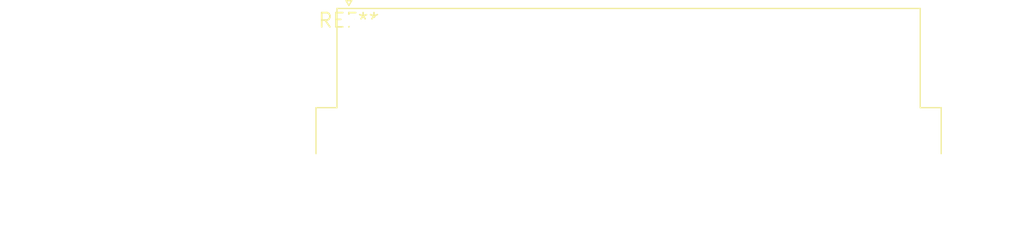
<source format=kicad_pcb>
(kicad_pcb (version 20240108) (generator pcbnew)
  (layers (0 "F.Cu" signal) (31 "B.Cu" signal) (34 "B.Paste" user) (35 "F.Paste" user) (36 "B.SilkS" user "B.Silkscreen") (37 "F.SilkS" user "F.Silkscreen") (38 "B.Mask" user) (39 "F.Mask" user) (44 "Edge.Cuts" user))
  (net 0 "")
  (footprint "DSUB-37_Male_Horizontal_P2.77x2.54mm_EdgePinOffset9.40mm" (layer "F.Cu") (at 0 0)
    (property "Reference" "REF**")
    (property "Value" "DSUB-37_Male_Horizontal_P2.77x2.54mm_EdgePinOffset9.40mm")
    (fp_line (start -2.93 7.78) (end -1.06 7.78) (layer "F.SilkS") (stroke (width 0.12)))
    (fp_line (start -2.93 11.88) (end -2.93 7.78) (layer "F.SilkS") (stroke (width 0.12)))
    (fp_line (start -1.06 -1.06) (end 50.92 -1.06) (layer "F.SilkS") (stroke (width 0.12)))
    (fp_line (start -1.06 7.78) (end -1.06 -1.06) (layer "F.SilkS") (stroke (width 0.12)))
    (fp_line (start -0.25 -1.754338) (end 0.25 -1.754338) (layer "F.SilkS") (stroke (width 0.12)))
    (fp_line (start 0 -1.321325) (end -0.25 -1.754338) (layer "F.SilkS") (stroke (width 0.12)))
    (fp_line (start 0.25 -1.754338) (end 0 -1.321325) (layer "F.SilkS") (stroke (width 0.12)))
    (fp_line (start 50.92 -1.06) (end 50.92 7.78) (layer "F.SilkS") (stroke (width 0.12)))
    (fp_line (start 50.92 7.78) (end 52.79 7.78) (layer "F.SilkS") (stroke (width 0.12)))
    (fp_line (start 52.79 7.78) (end 52.79 11.88) (layer "F.SilkS") (stroke (width 0.12)))
    (pad "1" thru_hole rect (at 0 0) (size 1.6 1.6) (drill 1) (layers *.Cu *.Mask) (remove_unused_layers))
    (pad "2" thru_hole circle (at 2.77 0) (size 1.6 1.6) (drill 1) (layers *.Cu *.Mask) (remove_unused_layers))
    (pad "3" thru_hole circle (at 5.54 0) (size 1.6 1.6) (drill 1) (layers *.Cu *.Mask) (remove_unused_layers))
    (pad "4" thru_hole circle (at 8.31 0) (size 1.6 1.6) (drill 1) (layers *.Cu *.Mask) (remove_unused_layers))
    (pad "5" thru_hole circle (at 11.08 0) (size 1.6 1.6) (drill 1) (layers *.Cu *.Mask) (remove_unused_layers))
    (pad "6" thru_hole circle (at 13.85 0) (size 1.6 1.6) (drill 1) (layers *.Cu *.Mask) (remove_unused_layers))
    (pad "7" thru_hole circle (at 16.62 0) (size 1.6 1.6) (drill 1) (layers *.Cu *.Mask) (remove_unused_layers))
    (pad "8" thru_hole circle (at 19.39 0) (size 1.6 1.6) (drill 1) (layers *.Cu *.Mask) (remove_unused_layers))
    (pad "9" thru_hole circle (at 22.16 0) (size 1.6 1.6) (drill 1) (layers *.Cu *.Mask) (remove_unused_layers))
    (pad "10" thru_hole circle (at 24.93 0) (size 1.6 1.6) (drill 1) (layers *.Cu *.Mask) (remove_unused_layers))
    (pad "11" thru_hole circle (at 27.7 0) (size 1.6 1.6) (drill 1) (layers *.Cu *.Mask) (remove_unused_layers))
    (pad "12" thru_hole circle (at 30.47 0) (size 1.6 1.6) (drill 1) (layers *.Cu *.Mask) (remove_unused_layers))
    (pad "13" thru_hole circle (at 33.24 0) (size 1.6 1.6) (drill 1) (layers *.Cu *.Mask) (remove_unused_layers))
    (pad "14" thru_hole circle (at 36.01 0) (size 1.6 1.6) (drill 1) (layers *.Cu *.Mask) (remove_unused_layers))
    (pad "15" thru_hole circle (at 38.78 0) (size 1.6 1.6) (drill 1) (layers *.Cu *.Mask) (remove_unused_layers))
    (pad "16" thru_hole circle (at 41.55 0) (size 1.6 1.6) (drill 1) (layers *.Cu *.Mask) (remove_unused_layers))
    (pad "17" thru_hole circle (at 44.32 0) (size 1.6 1.6) (drill 1) (layers *.Cu *.Mask) (remove_unused_layers))
    (pad "18" thru_hole circle (at 47.09 0) (size 1.6 1.6) (drill 1) (layers *.Cu *.Mask) (remove_unused_layers))
    (pad "19" thru_hole circle (at 49.86 0) (size 1.6 1.6) (drill 1) (layers *.Cu *.Mask) (remove_unused_layers))
    (pad "20" thru_hole circle (at 1.385 2.54) (size 1.6 1.6) (drill 1) (layers *.Cu *.Mask) (remove_unused_layers))
    (pad "21" thru_hole circle (at 4.155 2.54) (size 1.6 1.6) (drill 1) (layers *.Cu *.Mask) (remove_unused_layers))
    (pad "22" thru_hole circle (at 6.925 2.54) (size 1.6 1.6) (drill 1) (layers *.Cu *.Mask) (remove_unused_layers))
    (pad "23" thru_hole circle (at 9.695 2.54) (size 1.6 1.6) (drill 1) (layers *.Cu *.Mask) (remove_unused_layers))
    (pad "24" thru_hole circle (at 12.465 2.54) (size 1.6 1.6) (drill 1) (layers *.Cu *.Mask) (remove_unused_layers))
    (pad "25" thru_hole circle (at 15.235 2.54) (size 1.6 1.6) (drill 1) (layers *.Cu *.Mask) (remove_unused_layers))
    (pad "26" thru_hole circle (at 18.005 2.54) (size 1.6 1.6) (drill 1) (layers *.Cu *.Mask) (remove_unused_layers))
    (pad "27" thru_hole circle (at 20.775 2.54) (size 1.6 1.6) (drill 1) (layers *.Cu *.Mask) (remove_unused_layers))
    (pad "28" thru_hole circle (at 23.545 2.54) (size 1.6 1.6) (drill 1) (layers *.Cu *.Mask) (remove_unused_layers))
    (pad "29" thru_hole circle (at 26.315 2.54) (size 1.6 1.6) (drill 1) (layers *.Cu *.Mask) (remove_unused_layers))
    (pad "30" thru_hole circle (at 29.085 2.54) (size 1.6 1.6) (drill 1) (layers *.Cu *.Mask) (remove_unused_layers))
    (pad "31" thru_hole circle (at 31.855 2.54) (size 1.6 1.6) (drill 1) (layers *.Cu *.Mask) (remove_unused_layers))
    (pad "32" thru_hole circle (at 34.625 2.54) (size 1.6 1.6) (drill 1) (layers *.Cu *.Mask) (remove_unused_layers))
    (pad "33" thru_hole circle (at 37.395 2.54) (size 1.6 1.6) (drill 1) (layers *.Cu *.Mask) (remove_unused_layers))
    (pad "34" thru_hole circle (at 40.165 2.54) (size 1.6 1.6) (drill 1) (layers *.Cu *.Mask) (remove_unused_layers))
    (pad "35" thru_hole circle (at 42.935 2.54) (size 1.6 1.6) (drill 1) (layers *.Cu *.Mask) (remove_unused_layers))
    (pad "36" thru_hole circle (at 45.705 2.54) (size 1.6 1.6) (drill 1) (layers *.Cu *.Mask) (remove_unused_layers))
    (pad "37" thru_hole circle (at 48.475 2.54) (size 1.6 1.6) (drill 1) (layers *.Cu *.Mask) (remove_unused_layers))
  )
)
</source>
